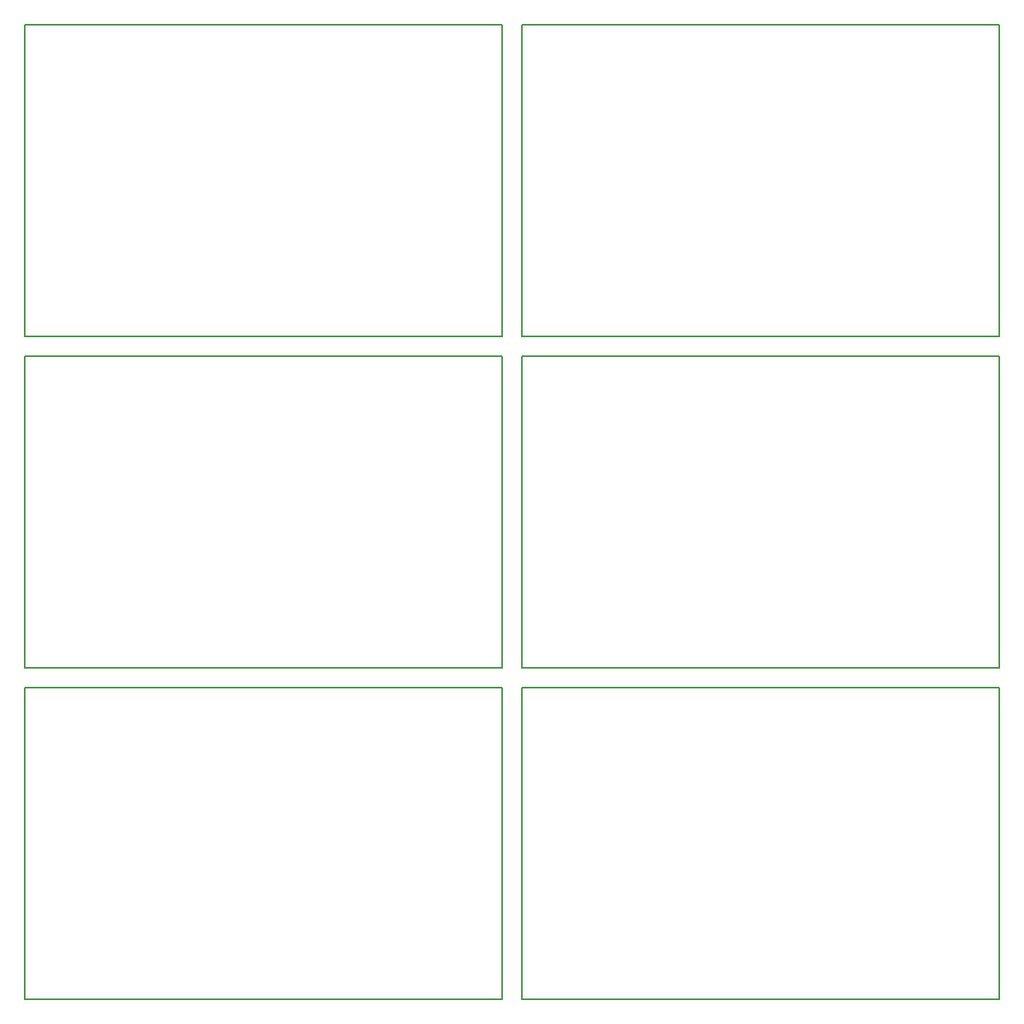
<source format=gm1>
%TF.GenerationSoftware,KiCad,Pcbnew,4.0.6-e0-6349~53~ubuntu16.04.1*%
%TF.CreationDate,2017-03-19T23:49:43+02:00*%
%TF.ProjectId,BLDC_controller,424C44435F636F6E74726F6C6C65722E,1.0*%
%TF.FileFunction,Profile,NP*%
%FSLAX46Y46*%
G04 Gerber Fmt 4.6, Leading zero omitted, Abs format (unit mm)*
G04 Created by KiCad (PCBNEW 4.0.6-e0-6349~53~ubuntu16.04.1) date Sun Mar 19 23:49:43 2017*
%MOMM*%
%LPD*%
G01*
G04 APERTURE LIST*
%ADD10C,0.100000*%
%ADD11C,0.150000*%
G04 APERTURE END LIST*
D10*
D11*
X187250000Y-149000000D02*
X236250000Y-149000000D01*
X136250000Y-149000000D02*
X185250000Y-149000000D01*
X187250000Y-115000000D02*
X236250000Y-115000000D01*
X136250000Y-115000000D02*
X185250000Y-115000000D01*
X187250000Y-81000000D02*
X236250000Y-81000000D01*
X236250000Y-181000000D02*
X187250000Y-181000000D01*
X185250000Y-181000000D02*
X136250000Y-181000000D01*
X236250000Y-147000000D02*
X187250000Y-147000000D01*
X185250000Y-147000000D02*
X136250000Y-147000000D01*
X236250000Y-113000000D02*
X187250000Y-113000000D01*
X187250000Y-181000000D02*
X187250000Y-149000000D01*
X136250000Y-181000000D02*
X136250000Y-149000000D01*
X187250000Y-147000000D02*
X187250000Y-115000000D01*
X136250000Y-147000000D02*
X136250000Y-115000000D01*
X187250000Y-113000000D02*
X187250000Y-81000000D01*
X236250000Y-149000000D02*
X236250000Y-181000000D01*
X185250000Y-149000000D02*
X185250000Y-181000000D01*
X236250000Y-115000000D02*
X236250000Y-147000000D01*
X185250000Y-115000000D02*
X185250000Y-147000000D01*
X236250000Y-81000000D02*
X236250000Y-113000000D01*
X136250000Y-113000000D02*
X136250000Y-81000000D01*
X185250000Y-113000000D02*
X136250000Y-113000000D01*
X185250000Y-81000000D02*
X185250000Y-113000000D01*
X136250000Y-81000000D02*
X185250000Y-81000000D01*
M02*

</source>
